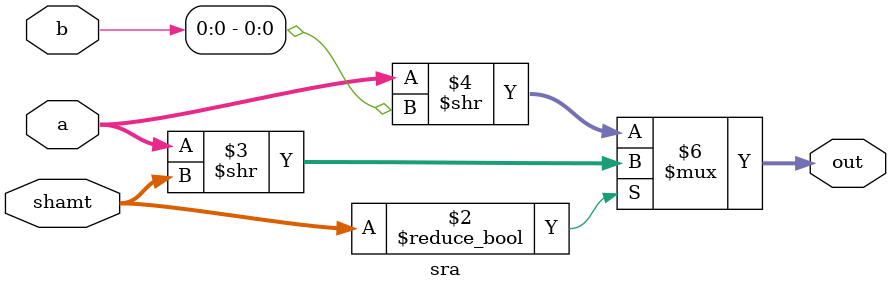
<source format=v>
`timescale 1ns / 1ps

module sra(a,b,shamt,out);
    input [31:0] a;
    input [31:0] b;
    input [4:0] shamt;
    output reg [31:0] out;

    always @(a or b or shamt) begin
        if (shamt)
            out = a >> shamt;
        else
            out = a >> b[0];
    end
endmodule

</source>
